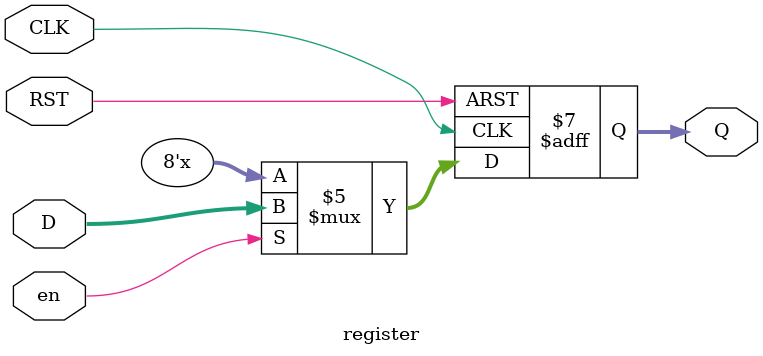
<source format=v>
`timescale 1ns / 1ns
module register(
input [7:0] D,
input CLK, 
input RST,
input en,
output reg [7:0] Q
);
	always @(posedge CLK or negedge RST)
		begin
			if(RST == 1'b0)
				Q <= 1'b0;
			else if(en == 1'b1)
				Q <= D;
			else
			   Q <= 8'bxxxxxxxx ;
		end
 
endmodule

</source>
